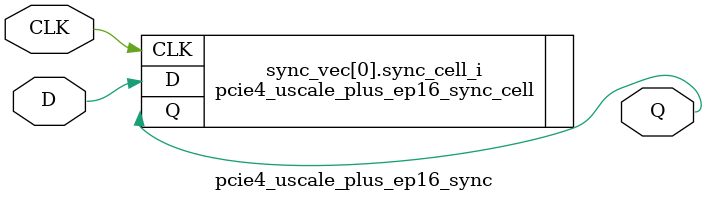
<source format=v>

`timescale 1ps / 1ps

(* DowngradeIPIdentifiedWarnings = "yes" *)
module pcie4_uscale_plus_ep16_sync #
(
    parameter integer WIDTH = 1, 
    parameter integer STAGE = 3
)
(
    //-------------------------------------------------------------------------- 
    //  Input Ports
    //-------------------------------------------------------------------------- 
    input                               CLK,
    input       [WIDTH-1:0]             D,
    
    //-------------------------------------------------------------------------- 
    //  Output Ports
    //-------------------------------------------------------------------------- 
    output      [WIDTH-1:0]             Q
);                                                        



//--------------------------------------------------------------------------------------------------
//  Generate Synchronizer - Begin
//--------------------------------------------------------------------------------------------------
genvar i;

generate for (i=0; i<WIDTH; i=i+1) 

    begin : sync_vec

    //----------------------------------------------------------------------
    //  Synchronizer
    //----------------------------------------------------------------------
    pcie4_uscale_plus_ep16_sync_cell #
    (
        .STAGE                          (STAGE)
    )    
    sync_cell_i
    (
        //------------------------------------------------------------------
        //  Input Ports
        //------------------------------------------------------------------
        .CLK                            (CLK),
        .D                              (D[i]),

        //------------------------------------------------------------------
        //  Output Ports
        //------------------------------------------------------------------
        .Q                              (Q[i])
    );
 
    end   
      
endgenerate 
//--------------------------------------------------------------------------------------------------
//  Generate - End
//--------------------------------------------------------------------------------------------------



endmodule

</source>
